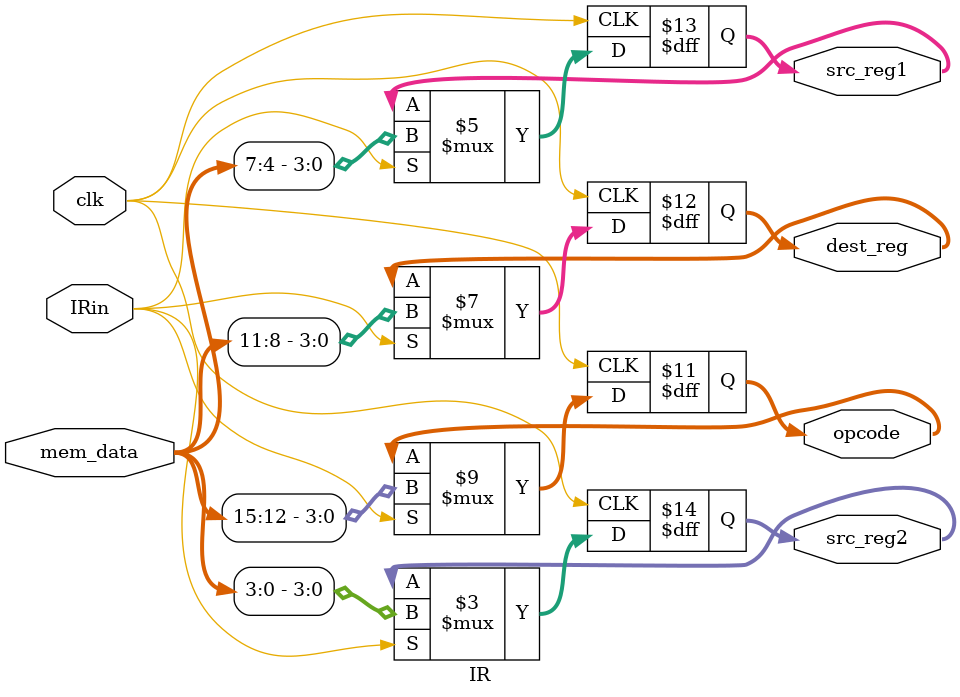
<source format=v>
module IR(input [15:0] mem_data,
          input clk,
		  input IRin, //load enable
		  output reg [3:0] opcode,
          output reg [3:0] dest_reg,
          output reg [3:0] src_reg1,
          output reg [3:0] src_reg2);
        
	initial begin
	   //becuase of the halt logic, we need to load IR with defualt val
	   //or else the decode is all x which leads to inability to sim
	   
	   //loading the op to be NOP
	   opcode <= 4'b1100; 
	   dest_reg <= 0;
	   src_reg1 <= 0;
	   src_reg2 <= 0;
	end
	
	always@(posedge clk)
    begin
        if(IRin)
        begin
            src_reg2 <= mem_data[3:0];
            src_reg1 <= mem_data[7:4];
            dest_reg <= mem_data[11:8];
            opcode <= mem_data[15:12];
        end
    end
	


endmodule
</source>
